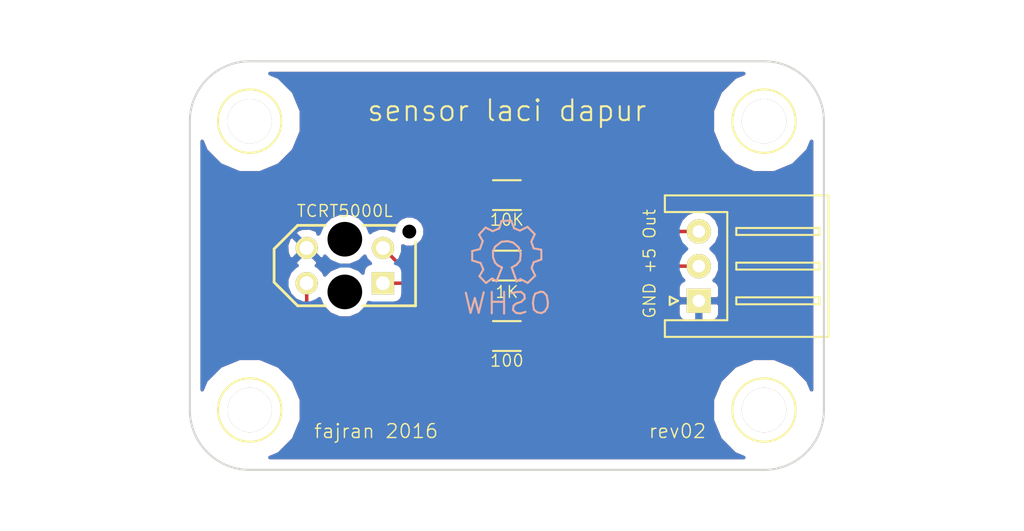
<source format=kicad_pcb>
(kicad_pcb (version 4) (host pcbnew 4.0.3+e1-6302~38~ubuntu15.04.1-stable)

  (general
    (links 8)
    (no_connects 0)
    (area 128.448999 82.982999 174.319001 112.597001)
    (thickness 1.6)
    (drawings 33)
    (tracks 19)
    (zones 0)
    (modules 10)
    (nets 6)
  )

  (page A4)
  (layers
    (0 F.Cu signal)
    (31 B.Cu signal)
    (32 B.Adhes user)
    (33 F.Adhes user)
    (34 B.Paste user)
    (35 F.Paste user)
    (36 B.SilkS user)
    (37 F.SilkS user)
    (38 B.Mask user)
    (39 F.Mask user)
    (40 Dwgs.User user)
    (41 Cmts.User user)
    (42 Eco1.User user)
    (43 Eco2.User user)
    (44 Edge.Cuts user)
    (45 Margin user)
    (46 B.CrtYd user)
    (47 F.CrtYd user)
    (48 B.Fab user)
    (49 F.Fab user)
  )

  (setup
    (last_trace_width 0.25)
    (trace_clearance 0.3)
    (zone_clearance 0.508)
    (zone_45_only yes)
    (trace_min 0.2)
    (segment_width 0.2)
    (edge_width 0.15)
    (via_size 0.6)
    (via_drill 0.4)
    (via_min_size 0.4)
    (via_min_drill 0.3)
    (uvia_size 0.3)
    (uvia_drill 0.1)
    (uvias_allowed no)
    (uvia_min_size 0.2)
    (uvia_min_drill 0.1)
    (pcb_text_width 0.3)
    (pcb_text_size 1.5 1.5)
    (mod_edge_width 0.15)
    (mod_text_size 1 1)
    (mod_text_width 0.15)
    (pad_size 2 1.7)
    (pad_drill 0)
    (pad_to_mask_clearance 0.2)
    (aux_axis_origin 151.13 97.79)
    (visible_elements FFFFFF7F)
    (pcbplotparams
      (layerselection 0x010f0_80000001)
      (usegerberextensions false)
      (excludeedgelayer true)
      (linewidth 0.100000)
      (plotframeref false)
      (viasonmask false)
      (mode 1)
      (useauxorigin false)
      (hpglpennumber 1)
      (hpglpenspeed 20)
      (hpglpendiameter 15)
      (hpglpenoverlay 2)
      (psnegative false)
      (psa4output false)
      (plotreference true)
      (plotvalue true)
      (plotinvisibletext false)
      (padsonsilk false)
      (subtractmaskfromsilk false)
      (outputformat 1)
      (mirror false)
      (drillshape 0)
      (scaleselection 1)
      (outputdirectory ../gerber/))
  )

  (net 0 "")
  (net 1 "Net-(R1-Pad1)")
  (net 2 "Net-(R3-Pad2)")
  (net 3 /Out)
  (net 4 GND)
  (net 5 +5V)

  (net_class Default "This is the default net class."
    (clearance 0.3)
    (trace_width 0.25)
    (via_dia 0.6)
    (via_drill 0.4)
    (uvia_dia 0.3)
    (uvia_drill 0.1)
    (add_net +5V)
    (add_net /Out)
    (add_net GND)
    (add_net "Net-(R1-Pad1)")
    (add_net "Net-(R3-Pad2)")
  )

  (module Connect:1pin (layer F.Cu) (tedit 579D6517) (tstamp 579D639E)
    (at 132.842 87.376)
    (descr "module 1 pin (ou trou mecanique de percage)")
    (tags DEV)
    (fp_text reference M (at 0 -3.048) (layer F.SilkS) hide
      (effects (font (size 1 1) (thickness 0.15)))
    )
    (fp_text value 1pin (at 0 2.794) (layer F.Fab) hide
      (effects (font (size 1 1) (thickness 0.15)))
    )
    (fp_circle (center 0 0) (end 0 -2.286) (layer F.SilkS) (width 0.15))
    (pad 1 thru_hole circle (at 0 0) (size 3.2 3.2) (drill 3.2) (layers *.Cu *.Mask F.SilkS)
      (clearance 2))
  )

  (module Connect:1pin (layer F.Cu) (tedit 579D661F) (tstamp 579D660D)
    (at 169.926 87.376)
    (descr "module 1 pin (ou trou mecanique de percage)")
    (tags DEV)
    (fp_text reference REF** (at 0 -3.048) (layer F.SilkS) hide
      (effects (font (size 1 1) (thickness 0.15)))
    )
    (fp_text value 1pin (at 0 2.794) (layer F.Fab) hide
      (effects (font (size 1 1) (thickness 0.15)))
    )
    (fp_circle (center 0 0) (end 0 -2.286) (layer F.SilkS) (width 0.15))
    (pad 1 thru_hole circle (at 0 0) (size 3.2 3.2) (drill 3.2) (layers *.Cu *.Mask F.SilkS)
      (clearance 2))
  )

  (module Symbols:Symbol_OSHW-Logo_SilkScreen (layer B.Cu) (tedit 579D68FD) (tstamp 579D68FC)
    (at 151.384 97.028 180)
    (descr "Symbol, OSHW-Logo, Silk Screen,")
    (tags "Symbol, OSHW-Logo, Silk Screen,")
    (fp_text reference REF** (at 0.09906 4.38912 180) (layer B.SilkS) hide
      (effects (font (size 1 1) (thickness 0.15)) (justify mirror))
    )
    (fp_text value Symbol_OSHW-Logo_SilkScreen (at 0.30988 -6.56082 180) (layer B.Fab) hide
      (effects (font (size 1 1) (thickness 0.15)) (justify mirror))
    )
    (fp_line (start 1.66878 -2.68986) (end 2.02946 -4.16052) (layer B.SilkS) (width 0.15))
    (fp_line (start 2.02946 -4.16052) (end 2.30886 -3.0988) (layer B.SilkS) (width 0.15))
    (fp_line (start 2.30886 -3.0988) (end 2.61874 -4.17068) (layer B.SilkS) (width 0.15))
    (fp_line (start 2.61874 -4.17068) (end 2.9591 -2.72034) (layer B.SilkS) (width 0.15))
    (fp_line (start 0.24892 -3.38074) (end 1.03886 -3.37058) (layer B.SilkS) (width 0.15))
    (fp_line (start 1.03886 -3.37058) (end 1.04902 -3.38074) (layer B.SilkS) (width 0.15))
    (fp_line (start 1.04902 -3.38074) (end 1.04902 -3.37058) (layer B.SilkS) (width 0.15))
    (fp_line (start 1.08966 -2.65938) (end 1.08966 -4.20116) (layer B.SilkS) (width 0.15))
    (fp_line (start 0.20066 -2.64922) (end 0.20066 -4.21894) (layer B.SilkS) (width 0.15))
    (fp_line (start 0.20066 -4.21894) (end 0.21082 -4.20878) (layer B.SilkS) (width 0.15))
    (fp_line (start -0.35052 -2.75082) (end -0.70104 -2.66954) (layer B.SilkS) (width 0.15))
    (fp_line (start -0.70104 -2.66954) (end -1.02108 -2.65938) (layer B.SilkS) (width 0.15))
    (fp_line (start -1.02108 -2.65938) (end -1.25984 -2.86004) (layer B.SilkS) (width 0.15))
    (fp_line (start -1.25984 -2.86004) (end -1.29032 -3.12928) (layer B.SilkS) (width 0.15))
    (fp_line (start -1.29032 -3.12928) (end -1.04902 -3.37058) (layer B.SilkS) (width 0.15))
    (fp_line (start -1.04902 -3.37058) (end -0.6604 -3.50012) (layer B.SilkS) (width 0.15))
    (fp_line (start -0.6604 -3.50012) (end -0.48006 -3.66014) (layer B.SilkS) (width 0.15))
    (fp_line (start -0.48006 -3.66014) (end -0.43942 -3.95986) (layer B.SilkS) (width 0.15))
    (fp_line (start -0.43942 -3.95986) (end -0.67056 -4.18084) (layer B.SilkS) (width 0.15))
    (fp_line (start -0.67056 -4.18084) (end -0.9906 -4.20878) (layer B.SilkS) (width 0.15))
    (fp_line (start -0.9906 -4.20878) (end -1.34112 -4.09956) (layer B.SilkS) (width 0.15))
    (fp_line (start -2.37998 -2.64922) (end -2.6289 -2.66954) (layer B.SilkS) (width 0.15))
    (fp_line (start -2.6289 -2.66954) (end -2.8702 -2.91084) (layer B.SilkS) (width 0.15))
    (fp_line (start -2.8702 -2.91084) (end -2.9591 -3.40106) (layer B.SilkS) (width 0.15))
    (fp_line (start -2.9591 -3.40106) (end -2.93116 -3.74904) (layer B.SilkS) (width 0.15))
    (fp_line (start -2.93116 -3.74904) (end -2.7305 -4.06908) (layer B.SilkS) (width 0.15))
    (fp_line (start -2.7305 -4.06908) (end -2.47904 -4.191) (layer B.SilkS) (width 0.15))
    (fp_line (start -2.47904 -4.191) (end -2.16916 -4.11988) (layer B.SilkS) (width 0.15))
    (fp_line (start -2.16916 -4.11988) (end -1.95072 -3.93954) (layer B.SilkS) (width 0.15))
    (fp_line (start -1.95072 -3.93954) (end -1.8796 -3.4798) (layer B.SilkS) (width 0.15))
    (fp_line (start -1.8796 -3.4798) (end -1.9304 -3.07086) (layer B.SilkS) (width 0.15))
    (fp_line (start -1.9304 -3.07086) (end -2.03962 -2.78892) (layer B.SilkS) (width 0.15))
    (fp_line (start -2.03962 -2.78892) (end -2.4003 -2.65938) (layer B.SilkS) (width 0.15))
    (fp_line (start -1.78054 -0.92964) (end -2.03962 -1.49098) (layer B.SilkS) (width 0.15))
    (fp_line (start -2.03962 -1.49098) (end -1.50114 -2.00914) (layer B.SilkS) (width 0.15))
    (fp_line (start -1.50114 -2.00914) (end -0.98044 -1.7399) (layer B.SilkS) (width 0.15))
    (fp_line (start -0.98044 -1.7399) (end -0.70104 -1.89992) (layer B.SilkS) (width 0.15))
    (fp_line (start 0.73914 -1.8796) (end 1.06934 -1.6891) (layer B.SilkS) (width 0.15))
    (fp_line (start 1.06934 -1.6891) (end 1.50876 -2.0193) (layer B.SilkS) (width 0.15))
    (fp_line (start 1.50876 -2.0193) (end 1.9812 -1.52908) (layer B.SilkS) (width 0.15))
    (fp_line (start 1.9812 -1.52908) (end 1.69926 -1.04902) (layer B.SilkS) (width 0.15))
    (fp_line (start 1.69926 -1.04902) (end 1.88976 -0.57912) (layer B.SilkS) (width 0.15))
    (fp_line (start 1.88976 -0.57912) (end 2.49936 -0.39116) (layer B.SilkS) (width 0.15))
    (fp_line (start 2.49936 -0.39116) (end 2.49936 0.28956) (layer B.SilkS) (width 0.15))
    (fp_line (start 2.49936 0.28956) (end 1.94056 0.42926) (layer B.SilkS) (width 0.15))
    (fp_line (start 1.94056 0.42926) (end 1.7399 1.00076) (layer B.SilkS) (width 0.15))
    (fp_line (start 1.7399 1.00076) (end 2.00914 1.47066) (layer B.SilkS) (width 0.15))
    (fp_line (start 2.00914 1.47066) (end 1.53924 1.9812) (layer B.SilkS) (width 0.15))
    (fp_line (start 1.53924 1.9812) (end 1.02108 1.71958) (layer B.SilkS) (width 0.15))
    (fp_line (start 1.02108 1.71958) (end 0.55118 1.92024) (layer B.SilkS) (width 0.15))
    (fp_line (start 0.55118 1.92024) (end 0.381 2.46126) (layer B.SilkS) (width 0.15))
    (fp_line (start 0.381 2.46126) (end -0.30988 2.47904) (layer B.SilkS) (width 0.15))
    (fp_line (start -0.30988 2.47904) (end -0.5207 1.9304) (layer B.SilkS) (width 0.15))
    (fp_line (start -0.5207 1.9304) (end -0.9398 1.76022) (layer B.SilkS) (width 0.15))
    (fp_line (start -0.9398 1.76022) (end -1.49098 2.02946) (layer B.SilkS) (width 0.15))
    (fp_line (start -1.49098 2.02946) (end -2.00914 1.50114) (layer B.SilkS) (width 0.15))
    (fp_line (start -2.00914 1.50114) (end -1.76022 0.96012) (layer B.SilkS) (width 0.15))
    (fp_line (start -1.76022 0.96012) (end -1.9304 0.48006) (layer B.SilkS) (width 0.15))
    (fp_line (start -1.9304 0.48006) (end -2.47904 0.381) (layer B.SilkS) (width 0.15))
    (fp_line (start -2.47904 0.381) (end -2.4892 -0.32004) (layer B.SilkS) (width 0.15))
    (fp_line (start -2.4892 -0.32004) (end -1.9304 -0.5207) (layer B.SilkS) (width 0.15))
    (fp_line (start -1.9304 -0.5207) (end -1.7907 -0.91948) (layer B.SilkS) (width 0.15))
    (fp_line (start 0.35052 -0.89916) (end 0.65024 -0.7493) (layer B.SilkS) (width 0.15))
    (fp_line (start 0.65024 -0.7493) (end 0.8509 -0.55118) (layer B.SilkS) (width 0.15))
    (fp_line (start 0.8509 -0.55118) (end 1.00076 -0.14986) (layer B.SilkS) (width 0.15))
    (fp_line (start 1.00076 -0.14986) (end 1.00076 0.24892) (layer B.SilkS) (width 0.15))
    (fp_line (start 1.00076 0.24892) (end 0.8509 0.59944) (layer B.SilkS) (width 0.15))
    (fp_line (start 0.8509 0.59944) (end 0.39878 0.94996) (layer B.SilkS) (width 0.15))
    (fp_line (start 0.39878 0.94996) (end -0.0508 1.00076) (layer B.SilkS) (width 0.15))
    (fp_line (start -0.0508 1.00076) (end -0.44958 0.89916) (layer B.SilkS) (width 0.15))
    (fp_line (start -0.44958 0.89916) (end -0.8509 0.55118) (layer B.SilkS) (width 0.15))
    (fp_line (start -0.8509 0.55118) (end -1.00076 0.09906) (layer B.SilkS) (width 0.15))
    (fp_line (start -1.00076 0.09906) (end -0.94996 -0.39878) (layer B.SilkS) (width 0.15))
    (fp_line (start -0.94996 -0.39878) (end -0.70104 -0.70104) (layer B.SilkS) (width 0.15))
    (fp_line (start -0.70104 -0.70104) (end -0.35052 -0.89916) (layer B.SilkS) (width 0.15))
    (fp_line (start -0.35052 -0.89916) (end -0.70104 -1.89992) (layer B.SilkS) (width 0.15))
    (fp_line (start 0.35052 -0.89916) (end 0.7493 -1.89992) (layer B.SilkS) (width 0.15))
  )

  (module Connect:1pin (layer F.Cu) (tedit 57A656AE) (tstamp 57A69AB0)
    (at 132.842 108.204)
    (descr "module 1 pin (ou trou mecanique de percage)")
    (tags DEV)
    (fp_text reference REF** (at 0 -3.048) (layer F.SilkS) hide
      (effects (font (size 1 1) (thickness 0.15)))
    )
    (fp_text value 1pin (at 0 2.794) (layer F.Fab) hide
      (effects (font (size 1 1) (thickness 0.15)))
    )
    (fp_circle (center 0 0) (end 0 -2.286) (layer F.SilkS) (width 0.15))
    (pad 1 thru_hole circle (at 0 0) (size 3.2 3.2) (drill 3.2) (layers *.Cu *.Mask F.SilkS)
      (clearance 2))
  )

  (module Connect:1pin (layer F.Cu) (tedit 57A656EF) (tstamp 57A69AD8)
    (at 169.926 108.204)
    (descr "module 1 pin (ou trou mecanique de percage)")
    (tags DEV)
    (fp_text reference REF** (at 0 -3.048) (layer F.SilkS) hide
      (effects (font (size 1 1) (thickness 0.15)))
    )
    (fp_text value 1pin (at 0 2.794) (layer F.Fab) hide
      (effects (font (size 1 1) (thickness 0.15)))
    )
    (fp_circle (center 0 0) (end 0 -2.286) (layer F.SilkS) (width 0.15))
    (pad 1 thru_hole circle (at 0 0) (size 3.2 3.2) (drill 3.2) (layers *.Cu *.Mask F.SilkS)
      (clearance 2))
  )

  (module Resistors_SMD:R_1206_HandSoldering (layer F.Cu) (tedit 57BE1B7C) (tstamp 57BE1910)
    (at 151.384 92.71)
    (descr "Resistor SMD 1206, hand soldering")
    (tags "resistor 1206")
    (path /57893D2E)
    (attr smd)
    (fp_text reference R1 (at 0 -2.3) (layer F.SilkS) hide
      (effects (font (size 1 1) (thickness 0.15)))
    )
    (fp_text value 10K (at 0 1.778) (layer F.SilkS)
      (effects (font (size 0.85 0.85) (thickness 0.1)))
    )
    (fp_line (start -3.3 -1.2) (end 3.3 -1.2) (layer F.CrtYd) (width 0.05))
    (fp_line (start -3.3 1.2) (end 3.3 1.2) (layer F.CrtYd) (width 0.05))
    (fp_line (start -3.3 -1.2) (end -3.3 1.2) (layer F.CrtYd) (width 0.05))
    (fp_line (start 3.3 -1.2) (end 3.3 1.2) (layer F.CrtYd) (width 0.05))
    (fp_line (start 1 1.075) (end -1 1.075) (layer F.SilkS) (width 0.15))
    (fp_line (start -1 -1.075) (end 1 -1.075) (layer F.SilkS) (width 0.15))
    (pad 1 smd rect (at -2 0) (size 2 1.7) (layers F.Cu F.Paste F.Mask)
      (net 1 "Net-(R1-Pad1)"))
    (pad 2 smd rect (at 2 0) (size 2 1.7) (layers F.Cu F.Paste F.Mask)
      (net 4 GND))
    (model Resistors_SMD.3dshapes/R_1206_HandSoldering.wrl
      (at (xyz 0 0 0))
      (scale (xyz 1 1 1))
      (rotate (xyz 0 0 0))
    )
  )

  (module Resistors_SMD:R_1206_HandSoldering (layer F.Cu) (tedit 57BE1A02) (tstamp 57BE1916)
    (at 151.384 97.79 180)
    (descr "Resistor SMD 1206, hand soldering")
    (tags "resistor 1206")
    (path /57893C83)
    (attr smd)
    (fp_text reference R2 (at 0 -2.3 180) (layer F.SilkS) hide
      (effects (font (size 1 1) (thickness 0.15)))
    )
    (fp_text value 1K (at 0 -1.905 180) (layer F.SilkS)
      (effects (font (size 0.85 0.85) (thickness 0.1)))
    )
    (fp_line (start -3.3 -1.2) (end 3.3 -1.2) (layer F.CrtYd) (width 0.05))
    (fp_line (start -3.3 1.2) (end 3.3 1.2) (layer F.CrtYd) (width 0.05))
    (fp_line (start -3.3 -1.2) (end -3.3 1.2) (layer F.CrtYd) (width 0.05))
    (fp_line (start 3.3 -1.2) (end 3.3 1.2) (layer F.CrtYd) (width 0.05))
    (fp_line (start 1 1.075) (end -1 1.075) (layer F.SilkS) (width 0.15))
    (fp_line (start -1 -1.075) (end 1 -1.075) (layer F.SilkS) (width 0.15))
    (pad 1 smd rect (at -2 0 180) (size 2 1.7) (layers F.Cu F.Paste F.Mask)
      (net 3 /Out))
    (pad 2 smd rect (at 2 0 180) (size 2 1.7) (layers F.Cu F.Paste F.Mask)
      (net 1 "Net-(R1-Pad1)"))
    (model Resistors_SMD.3dshapes/R_1206_HandSoldering.wrl
      (at (xyz 0 0 0))
      (scale (xyz 1 1 1))
      (rotate (xyz 0 0 0))
    )
  )

  (module Resistors_SMD:R_1206_HandSoldering (layer F.Cu) (tedit 57BE1B5D) (tstamp 57BE191C)
    (at 151.384 102.87 180)
    (descr "Resistor SMD 1206, hand soldering")
    (tags "resistor 1206")
    (path /57893D49)
    (attr smd)
    (fp_text reference R3 (at 0 -2.3 180) (layer F.SilkS) hide
      (effects (font (size 1 1) (thickness 0.15)))
    )
    (fp_text value 100 (at 0 -1.778 180) (layer F.SilkS)
      (effects (font (size 0.85 0.85) (thickness 0.1)))
    )
    (fp_line (start -3.3 -1.2) (end 3.3 -1.2) (layer F.CrtYd) (width 0.05))
    (fp_line (start -3.3 1.2) (end 3.3 1.2) (layer F.CrtYd) (width 0.05))
    (fp_line (start -3.3 -1.2) (end -3.3 1.2) (layer F.CrtYd) (width 0.05))
    (fp_line (start 3.3 -1.2) (end 3.3 1.2) (layer F.CrtYd) (width 0.05))
    (fp_line (start 1 1.075) (end -1 1.075) (layer F.SilkS) (width 0.15))
    (fp_line (start -1 -1.075) (end 1 -1.075) (layer F.SilkS) (width 0.15))
    (pad 1 smd rect (at -2 0 180) (size 2 1.7) (layers F.Cu F.Paste F.Mask)
      (net 5 +5V))
    (pad 2 smd rect (at 2 0 180) (size 2 1.7) (layers F.Cu F.Paste F.Mask)
      (net 2 "Net-(R3-Pad2)"))
    (model Resistors_SMD.3dshapes/R_1206_HandSoldering.wrl
      (at (xyz 0 0 0))
      (scale (xyz 1 1 1))
      (rotate (xyz 0 0 0))
    )
  )

  (module TCRT5000L:XDCR_TCRT5000L (layer F.Cu) (tedit 57BE19CD) (tstamp 57BE1927)
    (at 139.7 97.79 180)
    (path /57893C3C)
    (solder_mask_margin 0.1)
    (fp_text reference Sensor1 (at -2.56 -3.935 180) (layer F.SilkS) hide
      (effects (font (size 1 1) (thickness 0.05)))
    )
    (fp_text value TCRT5000L (at 0 3.937 180) (layer F.SilkS)
      (effects (font (size 0.85 0.85) (thickness 0.1)))
    )
    (fp_line (start -5.1 -2.9) (end -1.3 -2.9) (layer F.SilkS) (width 0.2))
    (fp_line (start 1.4 -2.9) (end 3.4 -2.9) (layer F.SilkS) (width 0.2))
    (fp_line (start 3.4 2.9) (end 1.4 2.9) (layer F.SilkS) (width 0.2))
    (fp_line (start -1.3 2.9) (end -3.7 2.9) (layer F.SilkS) (width 0.2))
    (fp_line (start -5.1 1.7) (end -5.1 -2.9) (layer F.SilkS) (width 0.2))
    (fp_line (start 3.4 -2.9) (end 5.1 -1.2) (layer F.SilkS) (width 0.2))
    (fp_line (start 5.1 -1.2) (end 5.1 1.2) (layer F.SilkS) (width 0.2))
    (fp_line (start 5.1 1.2) (end 3.4 2.9) (layer F.SilkS) (width 0.2))
    (fp_line (start -5.35 -3.15) (end 5.35 -3.15) (layer Dwgs.User) (width 0.05))
    (fp_line (start 5.35 -3.15) (end 5.35 3.15) (layer Dwgs.User) (width 0.05))
    (fp_line (start 5.35 3.15) (end -5.35 3.15) (layer Dwgs.User) (width 0.05))
    (fp_line (start -5.35 3.15) (end -5.35 -3.15) (layer Dwgs.User) (width 0.05))
    (pad 1 thru_hole rect (at -2.75 -1.27 180) (size 1.6 1.6) (drill 1) (layers *.Cu *.Mask F.SilkS)
      (net 5 +5V) (solder_mask_margin 0.2))
    (pad 2 thru_hole circle (at -2.75 1.27 180) (size 1.6 1.6) (drill 1) (layers *.Cu *.Mask F.SilkS)
      (net 1 "Net-(R1-Pad1)") (solder_mask_margin 0.2))
    (pad 3 thru_hole circle (at 2.75 1.27 180) (size 1.6 1.6) (drill 1) (layers *.Cu *.Mask F.SilkS)
      (net 4 GND) (solder_mask_margin 0.2))
    (pad 4 thru_hole circle (at 2.75 -1.27 180) (size 1.6 1.6) (drill 1) (layers *.Cu *.Mask F.SilkS)
      (net 2 "Net-(R3-Pad2)") (solder_mask_margin 0.2))
    (pad Hole np_thru_hole circle (at 0 -1.9 180) (size 2.5 2.5) (drill 2.5) (layers))
    (pad Hole np_thru_hole circle (at 0 1.9 180) (size 2.5 2.5) (drill 2.5) (layers))
    (pad Hole np_thru_hole circle (at -4.65 2.45 180) (size 1 1) (drill 1) (layers))
  )

  (module Connectors_JST:JST_XH_S03B-XH-A_03x2.50mm_Angled (layer F.Cu) (tedit 57BE1994) (tstamp 57BE192E)
    (at 165.227 100.33 90)
    (descr "JST XH series connector, S03B-XH-A, side entry type, through hole")
    (tags "connector jst xh tht side horizontal angled 2.50mm")
    (path /57A009A5)
    (fp_text reference U1 (at 2.5 -3.5 90) (layer F.SilkS) hide
      (effects (font (size 1 1) (thickness 0.15)))
    )
    (fp_text value 1_Out (at 2.5 10.3 90) (layer F.Fab)
      (effects (font (size 1 1) (thickness 0.15)))
    )
    (fp_line (start -2.95 -2.8) (end -2.95 9.7) (layer F.CrtYd) (width 0.05))
    (fp_line (start -2.95 9.7) (end 7.95 9.7) (layer F.CrtYd) (width 0.05))
    (fp_line (start 7.95 9.7) (end 7.95 -2.8) (layer F.CrtYd) (width 0.05))
    (fp_line (start 7.95 -2.8) (end -2.95 -2.8) (layer F.CrtYd) (width 0.05))
    (fp_line (start 2.5 9.35) (end -2.6 9.35) (layer F.SilkS) (width 0.15))
    (fp_line (start -2.6 9.35) (end -2.6 -2.45) (layer F.SilkS) (width 0.15))
    (fp_line (start -2.6 -2.45) (end -1.4 -2.45) (layer F.SilkS) (width 0.15))
    (fp_line (start -1.4 -2.45) (end -1.4 2.05) (layer F.SilkS) (width 0.15))
    (fp_line (start -1.4 2.05) (end 2.5 2.05) (layer F.SilkS) (width 0.15))
    (fp_line (start 2.5 9.35) (end 7.6 9.35) (layer F.SilkS) (width 0.15))
    (fp_line (start 7.6 9.35) (end 7.6 -2.45) (layer F.SilkS) (width 0.15))
    (fp_line (start 7.6 -2.45) (end 6.4 -2.45) (layer F.SilkS) (width 0.15))
    (fp_line (start 6.4 -2.45) (end 6.4 2.05) (layer F.SilkS) (width 0.15))
    (fp_line (start 6.4 2.05) (end 2.5 2.05) (layer F.SilkS) (width 0.15))
    (fp_line (start -0.25 2.7) (end -0.25 8.7) (layer F.SilkS) (width 0.15))
    (fp_line (start -0.25 8.7) (end 0.25 8.7) (layer F.SilkS) (width 0.15))
    (fp_line (start 0.25 8.7) (end 0.25 2.7) (layer F.SilkS) (width 0.15))
    (fp_line (start 0.25 2.7) (end -0.25 2.7) (layer F.SilkS) (width 0.15))
    (fp_line (start 2.25 2.7) (end 2.25 8.7) (layer F.SilkS) (width 0.15))
    (fp_line (start 2.25 8.7) (end 2.75 8.7) (layer F.SilkS) (width 0.15))
    (fp_line (start 2.75 8.7) (end 2.75 2.7) (layer F.SilkS) (width 0.15))
    (fp_line (start 2.75 2.7) (end 2.25 2.7) (layer F.SilkS) (width 0.15))
    (fp_line (start 4.75 2.7) (end 4.75 8.7) (layer F.SilkS) (width 0.15))
    (fp_line (start 4.75 8.7) (end 5.25 8.7) (layer F.SilkS) (width 0.15))
    (fp_line (start 5.25 8.7) (end 5.25 2.7) (layer F.SilkS) (width 0.15))
    (fp_line (start 5.25 2.7) (end 4.75 2.7) (layer F.SilkS) (width 0.15))
    (fp_line (start 0 -1.5) (end -0.3 -2.1) (layer F.SilkS) (width 0.15))
    (fp_line (start -0.3 -2.1) (end 0.3 -2.1) (layer F.SilkS) (width 0.15))
    (fp_line (start 0.3 -2.1) (end 0 -1.5) (layer F.SilkS) (width 0.15))
    (pad 1 thru_hole rect (at 0 0 90) (size 1.75 1.75) (drill 0.9) (layers *.Cu *.Mask F.SilkS)
      (net 4 GND))
    (pad 2 thru_hole circle (at 2.5 0 90) (size 1.75 1.75) (drill 0.9) (layers *.Cu *.Mask F.SilkS)
      (net 5 +5V))
    (pad 3 thru_hole circle (at 5 0 90) (size 1.75 1.75) (drill 0.9) (layers *.Cu *.Mask F.SilkS)
      (net 3 /Out))
    (model Connectors_JST.3dshapes/JST_XH_S03B-XH-A_03x2.50mm_Angled.wrl
      (at (xyz 0 0 0))
      (scale (xyz 1 1 1))
      (rotate (xyz 0 0 0))
    )
  )

  (gr_line (start 174.244 87.376) (end 174.244 108.204) (angle 90) (layer Edge.Cuts) (width 0.15))
  (gr_arc (start 169.926 87.376) (end 169.926 83.058) (angle 90) (layer Edge.Cuts) (width 0.15))
  (gr_line (start 132.842 83.058) (end 169.926 83.058) (angle 90) (layer Edge.Cuts) (width 0.15))
  (gr_line (start 128.524 108.204) (end 128.524 87.376) (angle 90) (layer Edge.Cuts) (width 0.15))
  (gr_line (start 169.926 112.522) (end 132.842 112.522) (angle 90) (layer Edge.Cuts) (width 0.15))
  (gr_arc (start 169.926 108.204) (end 174.244 108.204) (angle 90) (layer Edge.Cuts) (width 0.15))
  (gr_line (start 125.984 97.536) (end 125.984 83.058) (angle 90) (layer Eco1.User) (width 0.2))
  (gr_line (start 125.984 98.044) (end 125.984 112.522) (angle 90) (layer Eco1.User) (width 0.2))
  (gr_arc (start 132.842 108.204) (end 132.842 112.522) (angle 90) (layer Edge.Cuts) (width 0.15))
  (gr_arc (start 132.842 87.376) (end 128.524 87.376) (angle 90) (layer Edge.Cuts) (width 0.15))
  (gr_line (start 165.1 89.662) (end 151.384 89.662) (angle 90) (layer Eco1.User) (width 0.2))
  (gr_line (start 166.116 83.82) (end 151.892 83.82) (angle 90) (layer Eco1.User) (width 0.2))
  (gr_line (start 136.652 83.82) (end 150.876 83.82) (angle 90) (layer Eco1.User) (width 0.2))
  (gr_line (start 164.084 86.106) (end 166.116 86.106) (angle 90) (layer Eco1.User) (width 0.2))
  (gr_line (start 138.684 85.598) (end 136.652 85.598) (angle 90) (layer Eco1.User) (width 0.2))
  (gr_text "sensor laci dapur" (at 151.384 86.614) (layer F.SilkS)
    (effects (font (size 1.5 1.5) (thickness 0.15)))
  )
  (gr_line (start 127.508 97.536) (end 127.508 84.328) (angle 90) (layer Eco1.User) (width 0.2))
  (gr_line (start 166.116 110.744) (end 155.956 110.744) (angle 90) (layer Eco1.User) (width 0.2))
  (gr_line (start 146.812 110.49) (end 136.652 110.49) (angle 90) (layer Eco1.User) (width 0.2))
  (gr_line (start 150.876 88.392) (end 137.16 88.392) (angle 90) (layer Eco1.User) (width 0.2))
  (gr_line (start 179.07 116.84) (end 179.07 109.22) (angle 90) (layer Eco1.User) (width 0.2))
  (gr_line (start 179.07 78.74) (end 179.07 86.36) (angle 90) (layer Eco1.User) (width 0.2))
  (gr_line (start 116.332 86.36) (end 116.332 78.74) (angle 90) (layer Eco1.User) (width 0.2))
  (gr_line (start 116.332 116.84) (end 116.332 109.22) (angle 90) (layer Eco1.User) (width 0.2))
  (gr_text rev02 (at 161.544 109.728) (layer F.SilkS)
    (effects (font (size 1 1) (thickness 0.1)) (justify left))
  )
  (gr_text "fajran 2016" (at 137.414 109.728) (layer F.SilkS)
    (effects (font (size 1 1) (thickness 0.1)) (justify left))
  )
  (gr_text "GND +5 Out" (at 161.671 97.663 90) (layer F.SilkS)
    (effects (font (size 0.85 0.85) (thickness 0.1)))
  )
  (gr_line (start 118.364 88.9) (end 138.176 88.9) (angle 90) (layer Eco1.User) (width 0.2))
  (gr_line (start 183.896 88.9) (end 164.084 88.9) (angle 90) (layer Eco1.User) (width 0.2))
  (gr_line (start 114.935 97.79) (end 188.595 97.79) (angle 90) (layer Eco1.User) (width 0.2))
  (gr_line (start 115.57 86.995) (end 115.57 96.52) (angle 90) (layer Eco1.User) (width 0.2))
  (gr_line (start 151.384 84.455) (end 151.384 92.71) (angle 90) (layer Eco1.User) (width 0.2))
  (gr_line (start 115.57 99.06) (end 115.57 108.585) (angle 90) (layer Eco1.User) (width 0.2))

  (segment (start 149.384 97.79) (end 143.72 97.79) (width 0.25) (layer F.Cu) (net 1))
  (segment (start 143.72 97.79) (end 142.45 96.52) (width 0.25) (layer F.Cu) (net 1) (tstamp 57BE1DF2))
  (segment (start 149.384 97.79) (end 149.384 92.71) (width 0.25) (layer F.Cu) (net 1))
  (segment (start 149.384 102.87) (end 137.922 102.87) (width 0.25) (layer F.Cu) (net 2))
  (segment (start 136.95 101.898) (end 136.95 99.06) (width 0.25) (layer F.Cu) (net 2) (tstamp 57BE1BAB))
  (segment (start 137.922 102.87) (end 136.95 101.898) (width 0.25) (layer F.Cu) (net 2) (tstamp 57BE1BAA))
  (segment (start 155.194 97.79) (end 155.702 97.79) (width 0.25) (layer F.Cu) (net 3))
  (segment (start 155.702 97.79) (end 158.162 95.33) (width 0.25) (layer F.Cu) (net 3) (tstamp 57BE1E24))
  (segment (start 165.227 95.33) (end 158.162 95.33) (width 0.25) (layer F.Cu) (net 3))
  (segment (start 153.384 97.79) (end 155.194 97.79) (width 0.25) (layer F.Cu) (net 3))
  (segment (start 165.227 97.83) (end 156.678 97.83) (width 0.25) (layer F.Cu) (net 5))
  (segment (start 156.678 97.83) (end 155.956 98.552) (width 0.25) (layer F.Cu) (net 5) (tstamp 57BE1E20))
  (segment (start 147.32 99.822) (end 153.384 99.822) (width 0.25) (layer F.Cu) (net 5))
  (segment (start 146.558 99.06) (end 147.32 99.822) (width 0.25) (layer F.Cu) (net 5) (tstamp 57BE1BA3))
  (segment (start 142.45 99.06) (end 146.558 99.06) (width 0.25) (layer F.Cu) (net 5))
  (segment (start 153.384 101.346) (end 153.384 99.822) (width 0.25) (layer F.Cu) (net 5))
  (segment (start 153.384 99.822) (end 154.686 99.822) (width 0.25) (layer F.Cu) (net 5) (tstamp 57BE1BBE))
  (segment (start 154.686 99.822) (end 155.956 98.552) (width 0.25) (layer F.Cu) (net 5) (tstamp 57BE1BB7))
  (segment (start 153.384 102.87) (end 153.384 101.346) (width 0.25) (layer F.Cu) (net 5))

  (zone (net 4) (net_name GND) (layer F.Cu) (tstamp 57BE1DBB) (hatch edge 0.508)
    (connect_pads (clearance 0.508))
    (min_thickness 0.254)
    (fill yes (arc_segments 16) (thermal_gap 0.508) (thermal_bridge_width 0.508))
    (polygon
      (pts
        (xy 132.842 83.82) (xy 129.286 87.376) (xy 129.286 108.204) (xy 132.842 111.76) (xy 169.926 111.76)
        (xy 173.482 108.204) (xy 173.482 87.376) (xy 169.926 83.82)
      )
    )
    (filled_polygon
      (pts
        (xy 167.817582 84.214561) (xy 166.768246 85.262068) (xy 166.199649 86.631402) (xy 166.198355 88.114094) (xy 166.764561 89.484418)
        (xy 167.812068 90.533754) (xy 169.181402 91.102351) (xy 170.664094 91.103645) (xy 172.034418 90.537439) (xy 173.083754 89.489932)
        (xy 173.355 88.836699) (xy 173.355 106.74313) (xy 173.087439 106.095582) (xy 172.039932 105.046246) (xy 170.670598 104.477649)
        (xy 169.187906 104.476355) (xy 167.817582 105.042561) (xy 166.768246 106.090068) (xy 166.199649 107.459402) (xy 166.198355 108.942094)
        (xy 166.764561 110.312418) (xy 167.812068 111.361754) (xy 168.465301 111.633) (xy 134.30287 111.633) (xy 134.950418 111.365439)
        (xy 135.999754 110.317932) (xy 136.568351 108.948598) (xy 136.569645 107.465906) (xy 136.003439 106.095582) (xy 134.955932 105.046246)
        (xy 133.586598 104.477649) (xy 132.103906 104.476355) (xy 130.733582 105.042561) (xy 129.684246 106.090068) (xy 129.413 106.743301)
        (xy 129.413 99.344187) (xy 135.514752 99.344187) (xy 135.732757 99.8718) (xy 136.136077 100.275824) (xy 136.19 100.298215)
        (xy 136.19 101.898) (xy 136.247852 102.188839) (xy 136.412599 102.435401) (xy 137.384599 103.407401) (xy 137.631161 103.572148)
        (xy 137.922 103.63) (xy 147.73656 103.63) (xy 147.73656 103.72) (xy 147.780838 103.955317) (xy 147.91991 104.171441)
        (xy 148.13211 104.316431) (xy 148.384 104.36744) (xy 150.384 104.36744) (xy 150.619317 104.323162) (xy 150.835441 104.18409)
        (xy 150.980431 103.97189) (xy 151.03144 103.72) (xy 151.03144 102.02) (xy 150.987162 101.784683) (xy 150.84809 101.568559)
        (xy 150.63589 101.423569) (xy 150.384 101.37256) (xy 148.384 101.37256) (xy 148.148683 101.416838) (xy 147.932559 101.55591)
        (xy 147.787569 101.76811) (xy 147.73656 102.02) (xy 147.73656 102.11) (xy 138.236802 102.11) (xy 137.71 101.583198)
        (xy 137.71 100.298646) (xy 137.7618 100.277243) (xy 137.861817 100.1774) (xy 138.101043 100.756372) (xy 138.630839 101.287093)
        (xy 139.323405 101.574672) (xy 140.073305 101.575326) (xy 140.766372 101.288957) (xy 141.297093 100.759161) (xy 141.420883 100.461043)
        (xy 141.65 100.50744) (xy 143.25 100.50744) (xy 143.485317 100.463162) (xy 143.701441 100.32409) (xy 143.846431 100.11189)
        (xy 143.89744 99.86) (xy 143.89744 99.82) (xy 146.243198 99.82) (xy 146.782599 100.359401) (xy 147.029161 100.524148)
        (xy 147.32 100.582) (xy 152.624 100.582) (xy 152.624 101.37256) (xy 152.384 101.37256) (xy 152.148683 101.416838)
        (xy 151.932559 101.55591) (xy 151.787569 101.76811) (xy 151.73656 102.02) (xy 151.73656 103.72) (xy 151.780838 103.955317)
        (xy 151.91991 104.171441) (xy 152.13211 104.316431) (xy 152.384 104.36744) (xy 154.384 104.36744) (xy 154.619317 104.323162)
        (xy 154.835441 104.18409) (xy 154.980431 103.97189) (xy 155.03144 103.72) (xy 155.03144 102.02) (xy 154.987162 101.784683)
        (xy 154.84809 101.568559) (xy 154.63589 101.423569) (xy 154.384 101.37256) (xy 154.144 101.37256) (xy 154.144 100.61575)
        (xy 163.717 100.61575) (xy 163.717 101.331309) (xy 163.813673 101.564698) (xy 163.992301 101.743327) (xy 164.22569 101.84)
        (xy 164.94125 101.84) (xy 165.1 101.68125) (xy 165.1 100.457) (xy 165.354 100.457) (xy 165.354 101.68125)
        (xy 165.51275 101.84) (xy 166.22831 101.84) (xy 166.461699 101.743327) (xy 166.640327 101.564698) (xy 166.737 101.331309)
        (xy 166.737 100.61575) (xy 166.57825 100.457) (xy 165.354 100.457) (xy 165.1 100.457) (xy 163.87575 100.457)
        (xy 163.717 100.61575) (xy 154.144 100.61575) (xy 154.144 100.582) (xy 154.686 100.582) (xy 154.976839 100.524148)
        (xy 155.223401 100.359401) (xy 156.992802 98.59) (xy 163.907203 98.59) (xy 163.946138 98.684229) (xy 164.123802 98.862203)
        (xy 163.992301 98.916673) (xy 163.813673 99.095302) (xy 163.717 99.328691) (xy 163.717 100.04425) (xy 163.87575 100.203)
        (xy 165.1 100.203) (xy 165.1 100.183) (xy 165.354 100.183) (xy 165.354 100.203) (xy 166.57825 100.203)
        (xy 166.737 100.04425) (xy 166.737 99.328691) (xy 166.640327 99.095302) (xy 166.461699 98.916673) (xy 166.330286 98.86224)
        (xy 166.50637 98.686463) (xy 166.736738 98.131675) (xy 166.737262 97.53096) (xy 166.507862 96.975771) (xy 166.112464 96.579682)
        (xy 166.50637 96.186463) (xy 166.736738 95.631675) (xy 166.737262 95.03096) (xy 166.507862 94.475771) (xy 166.083463 94.05063)
        (xy 165.528675 93.820262) (xy 164.92796 93.819738) (xy 164.372771 94.049138) (xy 163.94763 94.473537) (xy 163.907575 94.57)
        (xy 158.162 94.57) (xy 157.87116 94.627852) (xy 157.624599 94.792599) (xy 155.387198 97.03) (xy 155.03144 97.03)
        (xy 155.03144 96.94) (xy 154.987162 96.704683) (xy 154.84809 96.488559) (xy 154.63589 96.343569) (xy 154.384 96.29256)
        (xy 152.384 96.29256) (xy 152.148683 96.336838) (xy 151.932559 96.47591) (xy 151.787569 96.68811) (xy 151.73656 96.94)
        (xy 151.73656 98.64) (xy 151.780838 98.875317) (xy 151.900965 99.062) (xy 150.8642 99.062) (xy 150.980431 98.89189)
        (xy 151.03144 98.64) (xy 151.03144 96.94) (xy 150.987162 96.704683) (xy 150.84809 96.488559) (xy 150.63589 96.343569)
        (xy 150.384 96.29256) (xy 150.144 96.29256) (xy 150.144 94.20744) (xy 150.384 94.20744) (xy 150.619317 94.163162)
        (xy 150.835441 94.02409) (xy 150.980431 93.81189) (xy 151.03144 93.56) (xy 151.03144 92.99575) (xy 151.749 92.99575)
        (xy 151.749 93.68631) (xy 151.845673 93.919699) (xy 152.024302 94.098327) (xy 152.257691 94.195) (xy 153.09825 94.195)
        (xy 153.257 94.03625) (xy 153.257 92.837) (xy 153.511 92.837) (xy 153.511 94.03625) (xy 153.66975 94.195)
        (xy 154.510309 94.195) (xy 154.743698 94.098327) (xy 154.922327 93.919699) (xy 155.019 93.68631) (xy 155.019 92.99575)
        (xy 154.86025 92.837) (xy 153.511 92.837) (xy 153.257 92.837) (xy 151.90775 92.837) (xy 151.749 92.99575)
        (xy 151.03144 92.99575) (xy 151.03144 91.86) (xy 151.007674 91.73369) (xy 151.749 91.73369) (xy 151.749 92.42425)
        (xy 151.90775 92.583) (xy 153.257 92.583) (xy 153.257 91.38375) (xy 153.511 91.38375) (xy 153.511 92.583)
        (xy 154.86025 92.583) (xy 155.019 92.42425) (xy 155.019 91.73369) (xy 154.922327 91.500301) (xy 154.743698 91.321673)
        (xy 154.510309 91.225) (xy 153.66975 91.225) (xy 153.511 91.38375) (xy 153.257 91.38375) (xy 153.09825 91.225)
        (xy 152.257691 91.225) (xy 152.024302 91.321673) (xy 151.845673 91.500301) (xy 151.749 91.73369) (xy 151.007674 91.73369)
        (xy 150.987162 91.624683) (xy 150.84809 91.408559) (xy 150.63589 91.263569) (xy 150.384 91.21256) (xy 148.384 91.21256)
        (xy 148.148683 91.256838) (xy 147.932559 91.39591) (xy 147.787569 91.60811) (xy 147.73656 91.86) (xy 147.73656 93.56)
        (xy 147.780838 93.795317) (xy 147.91991 94.011441) (xy 148.13211 94.156431) (xy 148.384 94.20744) (xy 148.624 94.20744)
        (xy 148.624 96.29256) (xy 148.384 96.29256) (xy 148.148683 96.336838) (xy 147.932559 96.47591) (xy 147.787569 96.68811)
        (xy 147.73656 96.94) (xy 147.73656 97.03) (xy 144.034802 97.03) (xy 143.863256 96.858454) (xy 143.88475 96.806691)
        (xy 143.885126 96.375927) (xy 144.123244 96.474803) (xy 144.574775 96.475197) (xy 144.992086 96.302767) (xy 145.311645 95.983765)
        (xy 145.484803 95.566756) (xy 145.485197 95.115225) (xy 145.312767 94.697914) (xy 144.993765 94.378355) (xy 144.576756 94.205197)
        (xy 144.125225 94.204803) (xy 143.707914 94.377233) (xy 143.388355 94.696235) (xy 143.215197 95.113244) (xy 143.215048 95.283881)
        (xy 142.736691 95.08525) (xy 142.165813 95.084752) (xy 141.6382 95.302757) (xy 141.538183 95.4026) (xy 141.298957 94.823628)
        (xy 140.769161 94.292907) (xy 140.076595 94.005328) (xy 139.326695 94.004674) (xy 138.633628 94.291043) (xy 138.102907 94.820839)
        (xy 137.842554 95.447838) (xy 137.778139 95.512253) (xy 137.704005 95.266136) (xy 137.166777 95.073035) (xy 136.596546 95.100222)
        (xy 136.195995 95.266136) (xy 136.121861 95.512255) (xy 136.95 96.340395) (xy 136.964142 96.326252) (xy 137.143748 96.505858)
        (xy 137.129605 96.52) (xy 137.957745 97.348139) (xy 138.203864 97.274005) (xy 138.260587 97.116195) (xy 138.630839 97.487093)
        (xy 139.323405 97.774672) (xy 140.073305 97.775326) (xy 140.766372 97.488957) (xy 141.142536 97.113449) (xy 141.232757 97.3318)
        (xy 141.534688 97.634258) (xy 141.414683 97.656838) (xy 141.198559 97.79591) (xy 141.053569 98.00811) (xy 141.00256 98.26)
        (xy 141.00256 98.326714) (xy 140.769161 98.092907) (xy 140.076595 97.805328) (xy 139.326695 97.804674) (xy 138.633628 98.091043)
        (xy 138.257464 98.466551) (xy 138.167243 98.2482) (xy 137.763923 97.844176) (xy 137.649232 97.796552) (xy 137.704005 97.773864)
        (xy 137.778139 97.527745) (xy 136.95 96.699605) (xy 136.121861 97.527745) (xy 136.195995 97.773864) (xy 136.254254 97.794805)
        (xy 136.1382 97.842757) (xy 135.734176 98.246077) (xy 135.51525 98.773309) (xy 135.514752 99.344187) (xy 129.413 99.344187)
        (xy 129.413 96.303223) (xy 135.503035 96.303223) (xy 135.530222 96.873454) (xy 135.696136 97.274005) (xy 135.942255 97.348139)
        (xy 136.770395 96.52) (xy 135.942255 95.691861) (xy 135.696136 95.765995) (xy 135.503035 96.303223) (xy 129.413 96.303223)
        (xy 129.413 88.83687) (xy 129.680561 89.484418) (xy 130.728068 90.533754) (xy 132.097402 91.102351) (xy 133.580094 91.103645)
        (xy 134.950418 90.537439) (xy 135.999754 89.489932) (xy 136.568351 88.120598) (xy 136.569645 86.637906) (xy 136.003439 85.267582)
        (xy 134.955932 84.218246) (xy 134.302699 83.947) (xy 168.46513 83.947)
      )
    )
  )
  (zone (net 4) (net_name GND) (layer B.Cu) (tstamp 57BE1DBB) (hatch edge 0.508)
    (connect_pads (clearance 0.508))
    (min_thickness 0.254)
    (fill yes (arc_segments 16) (thermal_gap 0.508) (thermal_bridge_width 0.508))
    (polygon
      (pts
        (xy 132.842 83.82) (xy 129.286 87.376) (xy 129.286 108.204) (xy 132.842 111.76) (xy 169.926 111.76)
        (xy 173.482 108.204) (xy 173.482 87.376) (xy 169.926 83.82)
      )
    )
    (filled_polygon
      (pts
        (xy 167.817582 84.214561) (xy 166.768246 85.262068) (xy 166.199649 86.631402) (xy 166.198355 88.114094) (xy 166.764561 89.484418)
        (xy 167.812068 90.533754) (xy 169.181402 91.102351) (xy 170.664094 91.103645) (xy 172.034418 90.537439) (xy 173.083754 89.489932)
        (xy 173.355 88.836699) (xy 173.355 106.74313) (xy 173.087439 106.095582) (xy 172.039932 105.046246) (xy 170.670598 104.477649)
        (xy 169.187906 104.476355) (xy 167.817582 105.042561) (xy 166.768246 106.090068) (xy 166.199649 107.459402) (xy 166.198355 108.942094)
        (xy 166.764561 110.312418) (xy 167.812068 111.361754) (xy 168.465301 111.633) (xy 134.30287 111.633) (xy 134.950418 111.365439)
        (xy 135.999754 110.317932) (xy 136.568351 108.948598) (xy 136.569645 107.465906) (xy 136.003439 106.095582) (xy 134.955932 105.046246)
        (xy 133.586598 104.477649) (xy 132.103906 104.476355) (xy 130.733582 105.042561) (xy 129.684246 106.090068) (xy 129.413 106.743301)
        (xy 129.413 99.344187) (xy 135.514752 99.344187) (xy 135.732757 99.8718) (xy 136.136077 100.275824) (xy 136.663309 100.49475)
        (xy 137.234187 100.495248) (xy 137.7618 100.277243) (xy 137.861817 100.1774) (xy 138.101043 100.756372) (xy 138.630839 101.287093)
        (xy 139.323405 101.574672) (xy 140.073305 101.575326) (xy 140.766372 101.288957) (xy 141.297093 100.759161) (xy 141.356642 100.61575)
        (xy 163.717 100.61575) (xy 163.717 101.331309) (xy 163.813673 101.564698) (xy 163.992301 101.743327) (xy 164.22569 101.84)
        (xy 164.94125 101.84) (xy 165.1 101.68125) (xy 165.1 100.457) (xy 165.354 100.457) (xy 165.354 101.68125)
        (xy 165.51275 101.84) (xy 166.22831 101.84) (xy 166.461699 101.743327) (xy 166.640327 101.564698) (xy 166.737 101.331309)
        (xy 166.737 100.61575) (xy 166.57825 100.457) (xy 165.354 100.457) (xy 165.1 100.457) (xy 163.87575 100.457)
        (xy 163.717 100.61575) (xy 141.356642 100.61575) (xy 141.420883 100.461043) (xy 141.65 100.50744) (xy 143.25 100.50744)
        (xy 143.485317 100.463162) (xy 143.701441 100.32409) (xy 143.846431 100.11189) (xy 143.89744 99.86) (xy 143.89744 98.26)
        (xy 143.853162 98.024683) (xy 143.71409 97.808559) (xy 143.50189 97.663569) (xy 143.363646 97.635574) (xy 143.665824 97.333923)
        (xy 143.88475 96.806691) (xy 143.885126 96.375927) (xy 144.123244 96.474803) (xy 144.574775 96.475197) (xy 144.992086 96.302767)
        (xy 145.311645 95.983765) (xy 145.45894 95.62904) (xy 163.716738 95.62904) (xy 163.946138 96.184229) (xy 164.341536 96.580318)
        (xy 163.94763 96.973537) (xy 163.717262 97.528325) (xy 163.716738 98.12904) (xy 163.946138 98.684229) (xy 164.123802 98.862203)
        (xy 163.992301 98.916673) (xy 163.813673 99.095302) (xy 163.717 99.328691) (xy 163.717 100.04425) (xy 163.87575 100.203)
        (xy 165.1 100.203) (xy 165.1 100.183) (xy 165.354 100.183) (xy 165.354 100.203) (xy 166.57825 100.203)
        (xy 166.737 100.04425) (xy 166.737 99.328691) (xy 166.640327 99.095302) (xy 166.461699 98.916673) (xy 166.330286 98.86224)
        (xy 166.50637 98.686463) (xy 166.736738 98.131675) (xy 166.737262 97.53096) (xy 166.507862 96.975771) (xy 166.112464 96.579682)
        (xy 166.50637 96.186463) (xy 166.736738 95.631675) (xy 166.737262 95.03096) (xy 166.507862 94.475771) (xy 166.083463 94.05063)
        (xy 165.528675 93.820262) (xy 164.92796 93.819738) (xy 164.372771 94.049138) (xy 163.94763 94.473537) (xy 163.717262 95.028325)
        (xy 163.716738 95.62904) (xy 145.45894 95.62904) (xy 145.484803 95.566756) (xy 145.485197 95.115225) (xy 145.312767 94.697914)
        (xy 144.993765 94.378355) (xy 144.576756 94.205197) (xy 144.125225 94.204803) (xy 143.707914 94.377233) (xy 143.388355 94.696235)
        (xy 143.215197 95.113244) (xy 143.215048 95.283881) (xy 142.736691 95.08525) (xy 142.165813 95.084752) (xy 141.6382 95.302757)
        (xy 141.538183 95.4026) (xy 141.298957 94.823628) (xy 140.769161 94.292907) (xy 140.076595 94.005328) (xy 139.326695 94.004674)
        (xy 138.633628 94.291043) (xy 138.102907 94.820839) (xy 137.842554 95.447838) (xy 137.778139 95.512253) (xy 137.704005 95.266136)
        (xy 137.166777 95.073035) (xy 136.596546 95.100222) (xy 136.195995 95.266136) (xy 136.121861 95.512255) (xy 136.95 96.340395)
        (xy 136.964142 96.326252) (xy 137.143748 96.505858) (xy 137.129605 96.52) (xy 137.957745 97.348139) (xy 138.203864 97.274005)
        (xy 138.260587 97.116195) (xy 138.630839 97.487093) (xy 139.323405 97.774672) (xy 140.073305 97.775326) (xy 140.766372 97.488957)
        (xy 141.142536 97.113449) (xy 141.232757 97.3318) (xy 141.534688 97.634258) (xy 141.414683 97.656838) (xy 141.198559 97.79591)
        (xy 141.053569 98.00811) (xy 141.00256 98.26) (xy 141.00256 98.326714) (xy 140.769161 98.092907) (xy 140.076595 97.805328)
        (xy 139.326695 97.804674) (xy 138.633628 98.091043) (xy 138.257464 98.466551) (xy 138.167243 98.2482) (xy 137.763923 97.844176)
        (xy 137.649232 97.796552) (xy 137.704005 97.773864) (xy 137.778139 97.527745) (xy 136.95 96.699605) (xy 136.121861 97.527745)
        (xy 136.195995 97.773864) (xy 136.254254 97.794805) (xy 136.1382 97.842757) (xy 135.734176 98.246077) (xy 135.51525 98.773309)
        (xy 135.514752 99.344187) (xy 129.413 99.344187) (xy 129.413 96.303223) (xy 135.503035 96.303223) (xy 135.530222 96.873454)
        (xy 135.696136 97.274005) (xy 135.942255 97.348139) (xy 136.770395 96.52) (xy 135.942255 95.691861) (xy 135.696136 95.765995)
        (xy 135.503035 96.303223) (xy 129.413 96.303223) (xy 129.413 88.83687) (xy 129.680561 89.484418) (xy 130.728068 90.533754)
        (xy 132.097402 91.102351) (xy 133.580094 91.103645) (xy 134.950418 90.537439) (xy 135.999754 89.489932) (xy 136.568351 88.120598)
        (xy 136.569645 86.637906) (xy 136.003439 85.267582) (xy 134.955932 84.218246) (xy 134.302699 83.947) (xy 168.46513 83.947)
      )
    )
  )
)

</source>
